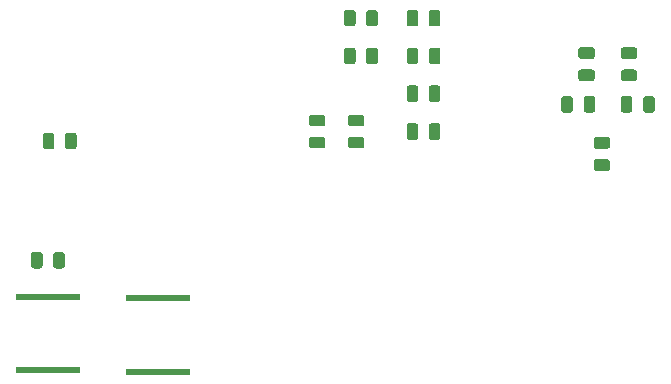
<source format=gbr>
G04 #@! TF.GenerationSoftware,KiCad,Pcbnew,(5.1.5)-3*
G04 #@! TF.CreationDate,2021-01-10T15:50:35-06:00*
G04 #@! TF.ProjectId,Power-SupplementalMonitoringPCB,506f7765-722d-4537-9570-706c656d656e,rev?*
G04 #@! TF.SameCoordinates,Original*
G04 #@! TF.FileFunction,Paste,Bot*
G04 #@! TF.FilePolarity,Positive*
%FSLAX46Y46*%
G04 Gerber Fmt 4.6, Leading zero omitted, Abs format (unit mm)*
G04 Created by KiCad (PCBNEW (5.1.5)-3) date 2021-01-10 15:50:35*
%MOMM*%
%LPD*%
G04 APERTURE LIST*
%ADD10C,0.100000*%
%ADD11R,5.410200X0.558800*%
G04 APERTURE END LIST*
D10*
G36*
X147405142Y-78301174D02*
G01*
X147428803Y-78304684D01*
X147452007Y-78310496D01*
X147474529Y-78318554D01*
X147496153Y-78328782D01*
X147516670Y-78341079D01*
X147535883Y-78355329D01*
X147553607Y-78371393D01*
X147569671Y-78389117D01*
X147583921Y-78408330D01*
X147596218Y-78428847D01*
X147606446Y-78450471D01*
X147614504Y-78472993D01*
X147620316Y-78496197D01*
X147623826Y-78519858D01*
X147625000Y-78543750D01*
X147625000Y-79456250D01*
X147623826Y-79480142D01*
X147620316Y-79503803D01*
X147614504Y-79527007D01*
X147606446Y-79549529D01*
X147596218Y-79571153D01*
X147583921Y-79591670D01*
X147569671Y-79610883D01*
X147553607Y-79628607D01*
X147535883Y-79644671D01*
X147516670Y-79658921D01*
X147496153Y-79671218D01*
X147474529Y-79681446D01*
X147452007Y-79689504D01*
X147428803Y-79695316D01*
X147405142Y-79698826D01*
X147381250Y-79700000D01*
X146893750Y-79700000D01*
X146869858Y-79698826D01*
X146846197Y-79695316D01*
X146822993Y-79689504D01*
X146800471Y-79681446D01*
X146778847Y-79671218D01*
X146758330Y-79658921D01*
X146739117Y-79644671D01*
X146721393Y-79628607D01*
X146705329Y-79610883D01*
X146691079Y-79591670D01*
X146678782Y-79571153D01*
X146668554Y-79549529D01*
X146660496Y-79527007D01*
X146654684Y-79503803D01*
X146651174Y-79480142D01*
X146650000Y-79456250D01*
X146650000Y-78543750D01*
X146651174Y-78519858D01*
X146654684Y-78496197D01*
X146660496Y-78472993D01*
X146668554Y-78450471D01*
X146678782Y-78428847D01*
X146691079Y-78408330D01*
X146705329Y-78389117D01*
X146721393Y-78371393D01*
X146739117Y-78355329D01*
X146758330Y-78341079D01*
X146778847Y-78328782D01*
X146800471Y-78318554D01*
X146822993Y-78310496D01*
X146846197Y-78304684D01*
X146869858Y-78301174D01*
X146893750Y-78300000D01*
X147381250Y-78300000D01*
X147405142Y-78301174D01*
G37*
G36*
X145530142Y-78301174D02*
G01*
X145553803Y-78304684D01*
X145577007Y-78310496D01*
X145599529Y-78318554D01*
X145621153Y-78328782D01*
X145641670Y-78341079D01*
X145660883Y-78355329D01*
X145678607Y-78371393D01*
X145694671Y-78389117D01*
X145708921Y-78408330D01*
X145721218Y-78428847D01*
X145731446Y-78450471D01*
X145739504Y-78472993D01*
X145745316Y-78496197D01*
X145748826Y-78519858D01*
X145750000Y-78543750D01*
X145750000Y-79456250D01*
X145748826Y-79480142D01*
X145745316Y-79503803D01*
X145739504Y-79527007D01*
X145731446Y-79549529D01*
X145721218Y-79571153D01*
X145708921Y-79591670D01*
X145694671Y-79610883D01*
X145678607Y-79628607D01*
X145660883Y-79644671D01*
X145641670Y-79658921D01*
X145621153Y-79671218D01*
X145599529Y-79681446D01*
X145577007Y-79689504D01*
X145553803Y-79695316D01*
X145530142Y-79698826D01*
X145506250Y-79700000D01*
X145018750Y-79700000D01*
X144994858Y-79698826D01*
X144971197Y-79695316D01*
X144947993Y-79689504D01*
X144925471Y-79681446D01*
X144903847Y-79671218D01*
X144883330Y-79658921D01*
X144864117Y-79644671D01*
X144846393Y-79628607D01*
X144830329Y-79610883D01*
X144816079Y-79591670D01*
X144803782Y-79571153D01*
X144793554Y-79549529D01*
X144785496Y-79527007D01*
X144779684Y-79503803D01*
X144776174Y-79480142D01*
X144775000Y-79456250D01*
X144775000Y-78543750D01*
X144776174Y-78519858D01*
X144779684Y-78496197D01*
X144785496Y-78472993D01*
X144793554Y-78450471D01*
X144803782Y-78428847D01*
X144816079Y-78408330D01*
X144830329Y-78389117D01*
X144846393Y-78371393D01*
X144864117Y-78355329D01*
X144883330Y-78341079D01*
X144903847Y-78328782D01*
X144925471Y-78318554D01*
X144947993Y-78310496D01*
X144971197Y-78304684D01*
X144994858Y-78301174D01*
X145018750Y-78300000D01*
X145506250Y-78300000D01*
X145530142Y-78301174D01*
G37*
G36*
X152442642Y-78301174D02*
G01*
X152466303Y-78304684D01*
X152489507Y-78310496D01*
X152512029Y-78318554D01*
X152533653Y-78328782D01*
X152554170Y-78341079D01*
X152573383Y-78355329D01*
X152591107Y-78371393D01*
X152607171Y-78389117D01*
X152621421Y-78408330D01*
X152633718Y-78428847D01*
X152643946Y-78450471D01*
X152652004Y-78472993D01*
X152657816Y-78496197D01*
X152661326Y-78519858D01*
X152662500Y-78543750D01*
X152662500Y-79456250D01*
X152661326Y-79480142D01*
X152657816Y-79503803D01*
X152652004Y-79527007D01*
X152643946Y-79549529D01*
X152633718Y-79571153D01*
X152621421Y-79591670D01*
X152607171Y-79610883D01*
X152591107Y-79628607D01*
X152573383Y-79644671D01*
X152554170Y-79658921D01*
X152533653Y-79671218D01*
X152512029Y-79681446D01*
X152489507Y-79689504D01*
X152466303Y-79695316D01*
X152442642Y-79698826D01*
X152418750Y-79700000D01*
X151931250Y-79700000D01*
X151907358Y-79698826D01*
X151883697Y-79695316D01*
X151860493Y-79689504D01*
X151837971Y-79681446D01*
X151816347Y-79671218D01*
X151795830Y-79658921D01*
X151776617Y-79644671D01*
X151758893Y-79628607D01*
X151742829Y-79610883D01*
X151728579Y-79591670D01*
X151716282Y-79571153D01*
X151706054Y-79549529D01*
X151697996Y-79527007D01*
X151692184Y-79503803D01*
X151688674Y-79480142D01*
X151687500Y-79456250D01*
X151687500Y-78543750D01*
X151688674Y-78519858D01*
X151692184Y-78496197D01*
X151697996Y-78472993D01*
X151706054Y-78450471D01*
X151716282Y-78428847D01*
X151728579Y-78408330D01*
X151742829Y-78389117D01*
X151758893Y-78371393D01*
X151776617Y-78355329D01*
X151795830Y-78341079D01*
X151816347Y-78328782D01*
X151837971Y-78318554D01*
X151860493Y-78310496D01*
X151883697Y-78304684D01*
X151907358Y-78301174D01*
X151931250Y-78300000D01*
X152418750Y-78300000D01*
X152442642Y-78301174D01*
G37*
G36*
X150567642Y-78301174D02*
G01*
X150591303Y-78304684D01*
X150614507Y-78310496D01*
X150637029Y-78318554D01*
X150658653Y-78328782D01*
X150679170Y-78341079D01*
X150698383Y-78355329D01*
X150716107Y-78371393D01*
X150732171Y-78389117D01*
X150746421Y-78408330D01*
X150758718Y-78428847D01*
X150768946Y-78450471D01*
X150777004Y-78472993D01*
X150782816Y-78496197D01*
X150786326Y-78519858D01*
X150787500Y-78543750D01*
X150787500Y-79456250D01*
X150786326Y-79480142D01*
X150782816Y-79503803D01*
X150777004Y-79527007D01*
X150768946Y-79549529D01*
X150758718Y-79571153D01*
X150746421Y-79591670D01*
X150732171Y-79610883D01*
X150716107Y-79628607D01*
X150698383Y-79644671D01*
X150679170Y-79658921D01*
X150658653Y-79671218D01*
X150637029Y-79681446D01*
X150614507Y-79689504D01*
X150591303Y-79695316D01*
X150567642Y-79698826D01*
X150543750Y-79700000D01*
X150056250Y-79700000D01*
X150032358Y-79698826D01*
X150008697Y-79695316D01*
X149985493Y-79689504D01*
X149962971Y-79681446D01*
X149941347Y-79671218D01*
X149920830Y-79658921D01*
X149901617Y-79644671D01*
X149883893Y-79628607D01*
X149867829Y-79610883D01*
X149853579Y-79591670D01*
X149841282Y-79571153D01*
X149831054Y-79549529D01*
X149822996Y-79527007D01*
X149817184Y-79503803D01*
X149813674Y-79480142D01*
X149812500Y-79456250D01*
X149812500Y-78543750D01*
X149813674Y-78519858D01*
X149817184Y-78496197D01*
X149822996Y-78472993D01*
X149831054Y-78450471D01*
X149841282Y-78428847D01*
X149853579Y-78408330D01*
X149867829Y-78389117D01*
X149883893Y-78371393D01*
X149901617Y-78355329D01*
X149920830Y-78341079D01*
X149941347Y-78328782D01*
X149962971Y-78318554D01*
X149985493Y-78310496D01*
X150008697Y-78304684D01*
X150032358Y-78301174D01*
X150056250Y-78300000D01*
X150543750Y-78300000D01*
X150567642Y-78301174D01*
G37*
D11*
X110600000Y-101624200D03*
X110600000Y-95375800D03*
D10*
G36*
X150980142Y-74176174D02*
G01*
X151003803Y-74179684D01*
X151027007Y-74185496D01*
X151049529Y-74193554D01*
X151071153Y-74203782D01*
X151091670Y-74216079D01*
X151110883Y-74230329D01*
X151128607Y-74246393D01*
X151144671Y-74264117D01*
X151158921Y-74283330D01*
X151171218Y-74303847D01*
X151181446Y-74325471D01*
X151189504Y-74347993D01*
X151195316Y-74371197D01*
X151198826Y-74394858D01*
X151200000Y-74418750D01*
X151200000Y-74906250D01*
X151198826Y-74930142D01*
X151195316Y-74953803D01*
X151189504Y-74977007D01*
X151181446Y-74999529D01*
X151171218Y-75021153D01*
X151158921Y-75041670D01*
X151144671Y-75060883D01*
X151128607Y-75078607D01*
X151110883Y-75094671D01*
X151091670Y-75108921D01*
X151071153Y-75121218D01*
X151049529Y-75131446D01*
X151027007Y-75139504D01*
X151003803Y-75145316D01*
X150980142Y-75148826D01*
X150956250Y-75150000D01*
X150043750Y-75150000D01*
X150019858Y-75148826D01*
X149996197Y-75145316D01*
X149972993Y-75139504D01*
X149950471Y-75131446D01*
X149928847Y-75121218D01*
X149908330Y-75108921D01*
X149889117Y-75094671D01*
X149871393Y-75078607D01*
X149855329Y-75060883D01*
X149841079Y-75041670D01*
X149828782Y-75021153D01*
X149818554Y-74999529D01*
X149810496Y-74977007D01*
X149804684Y-74953803D01*
X149801174Y-74930142D01*
X149800000Y-74906250D01*
X149800000Y-74418750D01*
X149801174Y-74394858D01*
X149804684Y-74371197D01*
X149810496Y-74347993D01*
X149818554Y-74325471D01*
X149828782Y-74303847D01*
X149841079Y-74283330D01*
X149855329Y-74264117D01*
X149871393Y-74246393D01*
X149889117Y-74230329D01*
X149908330Y-74216079D01*
X149928847Y-74203782D01*
X149950471Y-74193554D01*
X149972993Y-74185496D01*
X149996197Y-74179684D01*
X150019858Y-74176174D01*
X150043750Y-74175000D01*
X150956250Y-74175000D01*
X150980142Y-74176174D01*
G37*
G36*
X150980142Y-76051174D02*
G01*
X151003803Y-76054684D01*
X151027007Y-76060496D01*
X151049529Y-76068554D01*
X151071153Y-76078782D01*
X151091670Y-76091079D01*
X151110883Y-76105329D01*
X151128607Y-76121393D01*
X151144671Y-76139117D01*
X151158921Y-76158330D01*
X151171218Y-76178847D01*
X151181446Y-76200471D01*
X151189504Y-76222993D01*
X151195316Y-76246197D01*
X151198826Y-76269858D01*
X151200000Y-76293750D01*
X151200000Y-76781250D01*
X151198826Y-76805142D01*
X151195316Y-76828803D01*
X151189504Y-76852007D01*
X151181446Y-76874529D01*
X151171218Y-76896153D01*
X151158921Y-76916670D01*
X151144671Y-76935883D01*
X151128607Y-76953607D01*
X151110883Y-76969671D01*
X151091670Y-76983921D01*
X151071153Y-76996218D01*
X151049529Y-77006446D01*
X151027007Y-77014504D01*
X151003803Y-77020316D01*
X150980142Y-77023826D01*
X150956250Y-77025000D01*
X150043750Y-77025000D01*
X150019858Y-77023826D01*
X149996197Y-77020316D01*
X149972993Y-77014504D01*
X149950471Y-77006446D01*
X149928847Y-76996218D01*
X149908330Y-76983921D01*
X149889117Y-76969671D01*
X149871393Y-76953607D01*
X149855329Y-76935883D01*
X149841079Y-76916670D01*
X149828782Y-76896153D01*
X149818554Y-76874529D01*
X149810496Y-76852007D01*
X149804684Y-76828803D01*
X149801174Y-76805142D01*
X149800000Y-76781250D01*
X149800000Y-76293750D01*
X149801174Y-76269858D01*
X149804684Y-76246197D01*
X149810496Y-76222993D01*
X149818554Y-76200471D01*
X149828782Y-76178847D01*
X149841079Y-76158330D01*
X149855329Y-76139117D01*
X149871393Y-76121393D01*
X149889117Y-76105329D01*
X149908330Y-76091079D01*
X149928847Y-76078782D01*
X149950471Y-76068554D01*
X149972993Y-76060496D01*
X149996197Y-76054684D01*
X150019858Y-76051174D01*
X150043750Y-76050000D01*
X150956250Y-76050000D01*
X150980142Y-76051174D01*
G37*
G36*
X147380142Y-74176174D02*
G01*
X147403803Y-74179684D01*
X147427007Y-74185496D01*
X147449529Y-74193554D01*
X147471153Y-74203782D01*
X147491670Y-74216079D01*
X147510883Y-74230329D01*
X147528607Y-74246393D01*
X147544671Y-74264117D01*
X147558921Y-74283330D01*
X147571218Y-74303847D01*
X147581446Y-74325471D01*
X147589504Y-74347993D01*
X147595316Y-74371197D01*
X147598826Y-74394858D01*
X147600000Y-74418750D01*
X147600000Y-74906250D01*
X147598826Y-74930142D01*
X147595316Y-74953803D01*
X147589504Y-74977007D01*
X147581446Y-74999529D01*
X147571218Y-75021153D01*
X147558921Y-75041670D01*
X147544671Y-75060883D01*
X147528607Y-75078607D01*
X147510883Y-75094671D01*
X147491670Y-75108921D01*
X147471153Y-75121218D01*
X147449529Y-75131446D01*
X147427007Y-75139504D01*
X147403803Y-75145316D01*
X147380142Y-75148826D01*
X147356250Y-75150000D01*
X146443750Y-75150000D01*
X146419858Y-75148826D01*
X146396197Y-75145316D01*
X146372993Y-75139504D01*
X146350471Y-75131446D01*
X146328847Y-75121218D01*
X146308330Y-75108921D01*
X146289117Y-75094671D01*
X146271393Y-75078607D01*
X146255329Y-75060883D01*
X146241079Y-75041670D01*
X146228782Y-75021153D01*
X146218554Y-74999529D01*
X146210496Y-74977007D01*
X146204684Y-74953803D01*
X146201174Y-74930142D01*
X146200000Y-74906250D01*
X146200000Y-74418750D01*
X146201174Y-74394858D01*
X146204684Y-74371197D01*
X146210496Y-74347993D01*
X146218554Y-74325471D01*
X146228782Y-74303847D01*
X146241079Y-74283330D01*
X146255329Y-74264117D01*
X146271393Y-74246393D01*
X146289117Y-74230329D01*
X146308330Y-74216079D01*
X146328847Y-74203782D01*
X146350471Y-74193554D01*
X146372993Y-74185496D01*
X146396197Y-74179684D01*
X146419858Y-74176174D01*
X146443750Y-74175000D01*
X147356250Y-74175000D01*
X147380142Y-74176174D01*
G37*
G36*
X147380142Y-76051174D02*
G01*
X147403803Y-76054684D01*
X147427007Y-76060496D01*
X147449529Y-76068554D01*
X147471153Y-76078782D01*
X147491670Y-76091079D01*
X147510883Y-76105329D01*
X147528607Y-76121393D01*
X147544671Y-76139117D01*
X147558921Y-76158330D01*
X147571218Y-76178847D01*
X147581446Y-76200471D01*
X147589504Y-76222993D01*
X147595316Y-76246197D01*
X147598826Y-76269858D01*
X147600000Y-76293750D01*
X147600000Y-76781250D01*
X147598826Y-76805142D01*
X147595316Y-76828803D01*
X147589504Y-76852007D01*
X147581446Y-76874529D01*
X147571218Y-76896153D01*
X147558921Y-76916670D01*
X147544671Y-76935883D01*
X147528607Y-76953607D01*
X147510883Y-76969671D01*
X147491670Y-76983921D01*
X147471153Y-76996218D01*
X147449529Y-77006446D01*
X147427007Y-77014504D01*
X147403803Y-77020316D01*
X147380142Y-77023826D01*
X147356250Y-77025000D01*
X146443750Y-77025000D01*
X146419858Y-77023826D01*
X146396197Y-77020316D01*
X146372993Y-77014504D01*
X146350471Y-77006446D01*
X146328847Y-76996218D01*
X146308330Y-76983921D01*
X146289117Y-76969671D01*
X146271393Y-76953607D01*
X146255329Y-76935883D01*
X146241079Y-76916670D01*
X146228782Y-76896153D01*
X146218554Y-76874529D01*
X146210496Y-76852007D01*
X146204684Y-76828803D01*
X146201174Y-76805142D01*
X146200000Y-76781250D01*
X146200000Y-76293750D01*
X146201174Y-76269858D01*
X146204684Y-76246197D01*
X146210496Y-76222993D01*
X146218554Y-76200471D01*
X146228782Y-76178847D01*
X146241079Y-76158330D01*
X146255329Y-76139117D01*
X146271393Y-76121393D01*
X146289117Y-76105329D01*
X146308330Y-76091079D01*
X146328847Y-76078782D01*
X146350471Y-76068554D01*
X146372993Y-76060496D01*
X146396197Y-76054684D01*
X146419858Y-76051174D01*
X146443750Y-76050000D01*
X147356250Y-76050000D01*
X147380142Y-76051174D01*
G37*
G36*
X101630142Y-81401174D02*
G01*
X101653803Y-81404684D01*
X101677007Y-81410496D01*
X101699529Y-81418554D01*
X101721153Y-81428782D01*
X101741670Y-81441079D01*
X101760883Y-81455329D01*
X101778607Y-81471393D01*
X101794671Y-81489117D01*
X101808921Y-81508330D01*
X101821218Y-81528847D01*
X101831446Y-81550471D01*
X101839504Y-81572993D01*
X101845316Y-81596197D01*
X101848826Y-81619858D01*
X101850000Y-81643750D01*
X101850000Y-82556250D01*
X101848826Y-82580142D01*
X101845316Y-82603803D01*
X101839504Y-82627007D01*
X101831446Y-82649529D01*
X101821218Y-82671153D01*
X101808921Y-82691670D01*
X101794671Y-82710883D01*
X101778607Y-82728607D01*
X101760883Y-82744671D01*
X101741670Y-82758921D01*
X101721153Y-82771218D01*
X101699529Y-82781446D01*
X101677007Y-82789504D01*
X101653803Y-82795316D01*
X101630142Y-82798826D01*
X101606250Y-82800000D01*
X101118750Y-82800000D01*
X101094858Y-82798826D01*
X101071197Y-82795316D01*
X101047993Y-82789504D01*
X101025471Y-82781446D01*
X101003847Y-82771218D01*
X100983330Y-82758921D01*
X100964117Y-82744671D01*
X100946393Y-82728607D01*
X100930329Y-82710883D01*
X100916079Y-82691670D01*
X100903782Y-82671153D01*
X100893554Y-82649529D01*
X100885496Y-82627007D01*
X100879684Y-82603803D01*
X100876174Y-82580142D01*
X100875000Y-82556250D01*
X100875000Y-81643750D01*
X100876174Y-81619858D01*
X100879684Y-81596197D01*
X100885496Y-81572993D01*
X100893554Y-81550471D01*
X100903782Y-81528847D01*
X100916079Y-81508330D01*
X100930329Y-81489117D01*
X100946393Y-81471393D01*
X100964117Y-81455329D01*
X100983330Y-81441079D01*
X101003847Y-81428782D01*
X101025471Y-81418554D01*
X101047993Y-81410496D01*
X101071197Y-81404684D01*
X101094858Y-81401174D01*
X101118750Y-81400000D01*
X101606250Y-81400000D01*
X101630142Y-81401174D01*
G37*
G36*
X103505142Y-81401174D02*
G01*
X103528803Y-81404684D01*
X103552007Y-81410496D01*
X103574529Y-81418554D01*
X103596153Y-81428782D01*
X103616670Y-81441079D01*
X103635883Y-81455329D01*
X103653607Y-81471393D01*
X103669671Y-81489117D01*
X103683921Y-81508330D01*
X103696218Y-81528847D01*
X103706446Y-81550471D01*
X103714504Y-81572993D01*
X103720316Y-81596197D01*
X103723826Y-81619858D01*
X103725000Y-81643750D01*
X103725000Y-82556250D01*
X103723826Y-82580142D01*
X103720316Y-82603803D01*
X103714504Y-82627007D01*
X103706446Y-82649529D01*
X103696218Y-82671153D01*
X103683921Y-82691670D01*
X103669671Y-82710883D01*
X103653607Y-82728607D01*
X103635883Y-82744671D01*
X103616670Y-82758921D01*
X103596153Y-82771218D01*
X103574529Y-82781446D01*
X103552007Y-82789504D01*
X103528803Y-82795316D01*
X103505142Y-82798826D01*
X103481250Y-82800000D01*
X102993750Y-82800000D01*
X102969858Y-82798826D01*
X102946197Y-82795316D01*
X102922993Y-82789504D01*
X102900471Y-82781446D01*
X102878847Y-82771218D01*
X102858330Y-82758921D01*
X102839117Y-82744671D01*
X102821393Y-82728607D01*
X102805329Y-82710883D01*
X102791079Y-82691670D01*
X102778782Y-82671153D01*
X102768554Y-82649529D01*
X102760496Y-82627007D01*
X102754684Y-82603803D01*
X102751174Y-82580142D01*
X102750000Y-82556250D01*
X102750000Y-81643750D01*
X102751174Y-81619858D01*
X102754684Y-81596197D01*
X102760496Y-81572993D01*
X102768554Y-81550471D01*
X102778782Y-81528847D01*
X102791079Y-81508330D01*
X102805329Y-81489117D01*
X102821393Y-81471393D01*
X102839117Y-81455329D01*
X102858330Y-81441079D01*
X102878847Y-81428782D01*
X102900471Y-81418554D01*
X102922993Y-81410496D01*
X102946197Y-81404684D01*
X102969858Y-81401174D01*
X102993750Y-81400000D01*
X103481250Y-81400000D01*
X103505142Y-81401174D01*
G37*
G36*
X102505142Y-91501174D02*
G01*
X102528803Y-91504684D01*
X102552007Y-91510496D01*
X102574529Y-91518554D01*
X102596153Y-91528782D01*
X102616670Y-91541079D01*
X102635883Y-91555329D01*
X102653607Y-91571393D01*
X102669671Y-91589117D01*
X102683921Y-91608330D01*
X102696218Y-91628847D01*
X102706446Y-91650471D01*
X102714504Y-91672993D01*
X102720316Y-91696197D01*
X102723826Y-91719858D01*
X102725000Y-91743750D01*
X102725000Y-92656250D01*
X102723826Y-92680142D01*
X102720316Y-92703803D01*
X102714504Y-92727007D01*
X102706446Y-92749529D01*
X102696218Y-92771153D01*
X102683921Y-92791670D01*
X102669671Y-92810883D01*
X102653607Y-92828607D01*
X102635883Y-92844671D01*
X102616670Y-92858921D01*
X102596153Y-92871218D01*
X102574529Y-92881446D01*
X102552007Y-92889504D01*
X102528803Y-92895316D01*
X102505142Y-92898826D01*
X102481250Y-92900000D01*
X101993750Y-92900000D01*
X101969858Y-92898826D01*
X101946197Y-92895316D01*
X101922993Y-92889504D01*
X101900471Y-92881446D01*
X101878847Y-92871218D01*
X101858330Y-92858921D01*
X101839117Y-92844671D01*
X101821393Y-92828607D01*
X101805329Y-92810883D01*
X101791079Y-92791670D01*
X101778782Y-92771153D01*
X101768554Y-92749529D01*
X101760496Y-92727007D01*
X101754684Y-92703803D01*
X101751174Y-92680142D01*
X101750000Y-92656250D01*
X101750000Y-91743750D01*
X101751174Y-91719858D01*
X101754684Y-91696197D01*
X101760496Y-91672993D01*
X101768554Y-91650471D01*
X101778782Y-91628847D01*
X101791079Y-91608330D01*
X101805329Y-91589117D01*
X101821393Y-91571393D01*
X101839117Y-91555329D01*
X101858330Y-91541079D01*
X101878847Y-91528782D01*
X101900471Y-91518554D01*
X101922993Y-91510496D01*
X101946197Y-91504684D01*
X101969858Y-91501174D01*
X101993750Y-91500000D01*
X102481250Y-91500000D01*
X102505142Y-91501174D01*
G37*
G36*
X100630142Y-91501174D02*
G01*
X100653803Y-91504684D01*
X100677007Y-91510496D01*
X100699529Y-91518554D01*
X100721153Y-91528782D01*
X100741670Y-91541079D01*
X100760883Y-91555329D01*
X100778607Y-91571393D01*
X100794671Y-91589117D01*
X100808921Y-91608330D01*
X100821218Y-91628847D01*
X100831446Y-91650471D01*
X100839504Y-91672993D01*
X100845316Y-91696197D01*
X100848826Y-91719858D01*
X100850000Y-91743750D01*
X100850000Y-92656250D01*
X100848826Y-92680142D01*
X100845316Y-92703803D01*
X100839504Y-92727007D01*
X100831446Y-92749529D01*
X100821218Y-92771153D01*
X100808921Y-92791670D01*
X100794671Y-92810883D01*
X100778607Y-92828607D01*
X100760883Y-92844671D01*
X100741670Y-92858921D01*
X100721153Y-92871218D01*
X100699529Y-92881446D01*
X100677007Y-92889504D01*
X100653803Y-92895316D01*
X100630142Y-92898826D01*
X100606250Y-92900000D01*
X100118750Y-92900000D01*
X100094858Y-92898826D01*
X100071197Y-92895316D01*
X100047993Y-92889504D01*
X100025471Y-92881446D01*
X100003847Y-92871218D01*
X99983330Y-92858921D01*
X99964117Y-92844671D01*
X99946393Y-92828607D01*
X99930329Y-92810883D01*
X99916079Y-92791670D01*
X99903782Y-92771153D01*
X99893554Y-92749529D01*
X99885496Y-92727007D01*
X99879684Y-92703803D01*
X99876174Y-92680142D01*
X99875000Y-92656250D01*
X99875000Y-91743750D01*
X99876174Y-91719858D01*
X99879684Y-91696197D01*
X99885496Y-91672993D01*
X99893554Y-91650471D01*
X99903782Y-91628847D01*
X99916079Y-91608330D01*
X99930329Y-91589117D01*
X99946393Y-91571393D01*
X99964117Y-91555329D01*
X99983330Y-91541079D01*
X100003847Y-91528782D01*
X100025471Y-91518554D01*
X100047993Y-91510496D01*
X100071197Y-91504684D01*
X100094858Y-91501174D01*
X100118750Y-91500000D01*
X100606250Y-91500000D01*
X100630142Y-91501174D01*
G37*
D11*
X101300000Y-101524200D03*
X101300000Y-95275800D03*
D10*
G36*
X129005142Y-74201174D02*
G01*
X129028803Y-74204684D01*
X129052007Y-74210496D01*
X129074529Y-74218554D01*
X129096153Y-74228782D01*
X129116670Y-74241079D01*
X129135883Y-74255329D01*
X129153607Y-74271393D01*
X129169671Y-74289117D01*
X129183921Y-74308330D01*
X129196218Y-74328847D01*
X129206446Y-74350471D01*
X129214504Y-74372993D01*
X129220316Y-74396197D01*
X129223826Y-74419858D01*
X129225000Y-74443750D01*
X129225000Y-75356250D01*
X129223826Y-75380142D01*
X129220316Y-75403803D01*
X129214504Y-75427007D01*
X129206446Y-75449529D01*
X129196218Y-75471153D01*
X129183921Y-75491670D01*
X129169671Y-75510883D01*
X129153607Y-75528607D01*
X129135883Y-75544671D01*
X129116670Y-75558921D01*
X129096153Y-75571218D01*
X129074529Y-75581446D01*
X129052007Y-75589504D01*
X129028803Y-75595316D01*
X129005142Y-75598826D01*
X128981250Y-75600000D01*
X128493750Y-75600000D01*
X128469858Y-75598826D01*
X128446197Y-75595316D01*
X128422993Y-75589504D01*
X128400471Y-75581446D01*
X128378847Y-75571218D01*
X128358330Y-75558921D01*
X128339117Y-75544671D01*
X128321393Y-75528607D01*
X128305329Y-75510883D01*
X128291079Y-75491670D01*
X128278782Y-75471153D01*
X128268554Y-75449529D01*
X128260496Y-75427007D01*
X128254684Y-75403803D01*
X128251174Y-75380142D01*
X128250000Y-75356250D01*
X128250000Y-74443750D01*
X128251174Y-74419858D01*
X128254684Y-74396197D01*
X128260496Y-74372993D01*
X128268554Y-74350471D01*
X128278782Y-74328847D01*
X128291079Y-74308330D01*
X128305329Y-74289117D01*
X128321393Y-74271393D01*
X128339117Y-74255329D01*
X128358330Y-74241079D01*
X128378847Y-74228782D01*
X128400471Y-74218554D01*
X128422993Y-74210496D01*
X128446197Y-74204684D01*
X128469858Y-74201174D01*
X128493750Y-74200000D01*
X128981250Y-74200000D01*
X129005142Y-74201174D01*
G37*
G36*
X127130142Y-74201174D02*
G01*
X127153803Y-74204684D01*
X127177007Y-74210496D01*
X127199529Y-74218554D01*
X127221153Y-74228782D01*
X127241670Y-74241079D01*
X127260883Y-74255329D01*
X127278607Y-74271393D01*
X127294671Y-74289117D01*
X127308921Y-74308330D01*
X127321218Y-74328847D01*
X127331446Y-74350471D01*
X127339504Y-74372993D01*
X127345316Y-74396197D01*
X127348826Y-74419858D01*
X127350000Y-74443750D01*
X127350000Y-75356250D01*
X127348826Y-75380142D01*
X127345316Y-75403803D01*
X127339504Y-75427007D01*
X127331446Y-75449529D01*
X127321218Y-75471153D01*
X127308921Y-75491670D01*
X127294671Y-75510883D01*
X127278607Y-75528607D01*
X127260883Y-75544671D01*
X127241670Y-75558921D01*
X127221153Y-75571218D01*
X127199529Y-75581446D01*
X127177007Y-75589504D01*
X127153803Y-75595316D01*
X127130142Y-75598826D01*
X127106250Y-75600000D01*
X126618750Y-75600000D01*
X126594858Y-75598826D01*
X126571197Y-75595316D01*
X126547993Y-75589504D01*
X126525471Y-75581446D01*
X126503847Y-75571218D01*
X126483330Y-75558921D01*
X126464117Y-75544671D01*
X126446393Y-75528607D01*
X126430329Y-75510883D01*
X126416079Y-75491670D01*
X126403782Y-75471153D01*
X126393554Y-75449529D01*
X126385496Y-75427007D01*
X126379684Y-75403803D01*
X126376174Y-75380142D01*
X126375000Y-75356250D01*
X126375000Y-74443750D01*
X126376174Y-74419858D01*
X126379684Y-74396197D01*
X126385496Y-74372993D01*
X126393554Y-74350471D01*
X126403782Y-74328847D01*
X126416079Y-74308330D01*
X126430329Y-74289117D01*
X126446393Y-74271393D01*
X126464117Y-74255329D01*
X126483330Y-74241079D01*
X126503847Y-74228782D01*
X126525471Y-74218554D01*
X126547993Y-74210496D01*
X126571197Y-74204684D01*
X126594858Y-74201174D01*
X126618750Y-74200000D01*
X127106250Y-74200000D01*
X127130142Y-74201174D01*
G37*
G36*
X124580142Y-79876174D02*
G01*
X124603803Y-79879684D01*
X124627007Y-79885496D01*
X124649529Y-79893554D01*
X124671153Y-79903782D01*
X124691670Y-79916079D01*
X124710883Y-79930329D01*
X124728607Y-79946393D01*
X124744671Y-79964117D01*
X124758921Y-79983330D01*
X124771218Y-80003847D01*
X124781446Y-80025471D01*
X124789504Y-80047993D01*
X124795316Y-80071197D01*
X124798826Y-80094858D01*
X124800000Y-80118750D01*
X124800000Y-80606250D01*
X124798826Y-80630142D01*
X124795316Y-80653803D01*
X124789504Y-80677007D01*
X124781446Y-80699529D01*
X124771218Y-80721153D01*
X124758921Y-80741670D01*
X124744671Y-80760883D01*
X124728607Y-80778607D01*
X124710883Y-80794671D01*
X124691670Y-80808921D01*
X124671153Y-80821218D01*
X124649529Y-80831446D01*
X124627007Y-80839504D01*
X124603803Y-80845316D01*
X124580142Y-80848826D01*
X124556250Y-80850000D01*
X123643750Y-80850000D01*
X123619858Y-80848826D01*
X123596197Y-80845316D01*
X123572993Y-80839504D01*
X123550471Y-80831446D01*
X123528847Y-80821218D01*
X123508330Y-80808921D01*
X123489117Y-80794671D01*
X123471393Y-80778607D01*
X123455329Y-80760883D01*
X123441079Y-80741670D01*
X123428782Y-80721153D01*
X123418554Y-80699529D01*
X123410496Y-80677007D01*
X123404684Y-80653803D01*
X123401174Y-80630142D01*
X123400000Y-80606250D01*
X123400000Y-80118750D01*
X123401174Y-80094858D01*
X123404684Y-80071197D01*
X123410496Y-80047993D01*
X123418554Y-80025471D01*
X123428782Y-80003847D01*
X123441079Y-79983330D01*
X123455329Y-79964117D01*
X123471393Y-79946393D01*
X123489117Y-79930329D01*
X123508330Y-79916079D01*
X123528847Y-79903782D01*
X123550471Y-79893554D01*
X123572993Y-79885496D01*
X123596197Y-79879684D01*
X123619858Y-79876174D01*
X123643750Y-79875000D01*
X124556250Y-79875000D01*
X124580142Y-79876174D01*
G37*
G36*
X124580142Y-81751174D02*
G01*
X124603803Y-81754684D01*
X124627007Y-81760496D01*
X124649529Y-81768554D01*
X124671153Y-81778782D01*
X124691670Y-81791079D01*
X124710883Y-81805329D01*
X124728607Y-81821393D01*
X124744671Y-81839117D01*
X124758921Y-81858330D01*
X124771218Y-81878847D01*
X124781446Y-81900471D01*
X124789504Y-81922993D01*
X124795316Y-81946197D01*
X124798826Y-81969858D01*
X124800000Y-81993750D01*
X124800000Y-82481250D01*
X124798826Y-82505142D01*
X124795316Y-82528803D01*
X124789504Y-82552007D01*
X124781446Y-82574529D01*
X124771218Y-82596153D01*
X124758921Y-82616670D01*
X124744671Y-82635883D01*
X124728607Y-82653607D01*
X124710883Y-82669671D01*
X124691670Y-82683921D01*
X124671153Y-82696218D01*
X124649529Y-82706446D01*
X124627007Y-82714504D01*
X124603803Y-82720316D01*
X124580142Y-82723826D01*
X124556250Y-82725000D01*
X123643750Y-82725000D01*
X123619858Y-82723826D01*
X123596197Y-82720316D01*
X123572993Y-82714504D01*
X123550471Y-82706446D01*
X123528847Y-82696218D01*
X123508330Y-82683921D01*
X123489117Y-82669671D01*
X123471393Y-82653607D01*
X123455329Y-82635883D01*
X123441079Y-82616670D01*
X123428782Y-82596153D01*
X123418554Y-82574529D01*
X123410496Y-82552007D01*
X123404684Y-82528803D01*
X123401174Y-82505142D01*
X123400000Y-82481250D01*
X123400000Y-81993750D01*
X123401174Y-81969858D01*
X123404684Y-81946197D01*
X123410496Y-81922993D01*
X123418554Y-81900471D01*
X123428782Y-81878847D01*
X123441079Y-81858330D01*
X123455329Y-81839117D01*
X123471393Y-81821393D01*
X123489117Y-81805329D01*
X123508330Y-81791079D01*
X123528847Y-81778782D01*
X123550471Y-81768554D01*
X123572993Y-81760496D01*
X123596197Y-81754684D01*
X123619858Y-81751174D01*
X123643750Y-81750000D01*
X124556250Y-81750000D01*
X124580142Y-81751174D01*
G37*
G36*
X148680142Y-81776174D02*
G01*
X148703803Y-81779684D01*
X148727007Y-81785496D01*
X148749529Y-81793554D01*
X148771153Y-81803782D01*
X148791670Y-81816079D01*
X148810883Y-81830329D01*
X148828607Y-81846393D01*
X148844671Y-81864117D01*
X148858921Y-81883330D01*
X148871218Y-81903847D01*
X148881446Y-81925471D01*
X148889504Y-81947993D01*
X148895316Y-81971197D01*
X148898826Y-81994858D01*
X148900000Y-82018750D01*
X148900000Y-82506250D01*
X148898826Y-82530142D01*
X148895316Y-82553803D01*
X148889504Y-82577007D01*
X148881446Y-82599529D01*
X148871218Y-82621153D01*
X148858921Y-82641670D01*
X148844671Y-82660883D01*
X148828607Y-82678607D01*
X148810883Y-82694671D01*
X148791670Y-82708921D01*
X148771153Y-82721218D01*
X148749529Y-82731446D01*
X148727007Y-82739504D01*
X148703803Y-82745316D01*
X148680142Y-82748826D01*
X148656250Y-82750000D01*
X147743750Y-82750000D01*
X147719858Y-82748826D01*
X147696197Y-82745316D01*
X147672993Y-82739504D01*
X147650471Y-82731446D01*
X147628847Y-82721218D01*
X147608330Y-82708921D01*
X147589117Y-82694671D01*
X147571393Y-82678607D01*
X147555329Y-82660883D01*
X147541079Y-82641670D01*
X147528782Y-82621153D01*
X147518554Y-82599529D01*
X147510496Y-82577007D01*
X147504684Y-82553803D01*
X147501174Y-82530142D01*
X147500000Y-82506250D01*
X147500000Y-82018750D01*
X147501174Y-81994858D01*
X147504684Y-81971197D01*
X147510496Y-81947993D01*
X147518554Y-81925471D01*
X147528782Y-81903847D01*
X147541079Y-81883330D01*
X147555329Y-81864117D01*
X147571393Y-81846393D01*
X147589117Y-81830329D01*
X147608330Y-81816079D01*
X147628847Y-81803782D01*
X147650471Y-81793554D01*
X147672993Y-81785496D01*
X147696197Y-81779684D01*
X147719858Y-81776174D01*
X147743750Y-81775000D01*
X148656250Y-81775000D01*
X148680142Y-81776174D01*
G37*
G36*
X148680142Y-83651174D02*
G01*
X148703803Y-83654684D01*
X148727007Y-83660496D01*
X148749529Y-83668554D01*
X148771153Y-83678782D01*
X148791670Y-83691079D01*
X148810883Y-83705329D01*
X148828607Y-83721393D01*
X148844671Y-83739117D01*
X148858921Y-83758330D01*
X148871218Y-83778847D01*
X148881446Y-83800471D01*
X148889504Y-83822993D01*
X148895316Y-83846197D01*
X148898826Y-83869858D01*
X148900000Y-83893750D01*
X148900000Y-84381250D01*
X148898826Y-84405142D01*
X148895316Y-84428803D01*
X148889504Y-84452007D01*
X148881446Y-84474529D01*
X148871218Y-84496153D01*
X148858921Y-84516670D01*
X148844671Y-84535883D01*
X148828607Y-84553607D01*
X148810883Y-84569671D01*
X148791670Y-84583921D01*
X148771153Y-84596218D01*
X148749529Y-84606446D01*
X148727007Y-84614504D01*
X148703803Y-84620316D01*
X148680142Y-84623826D01*
X148656250Y-84625000D01*
X147743750Y-84625000D01*
X147719858Y-84623826D01*
X147696197Y-84620316D01*
X147672993Y-84614504D01*
X147650471Y-84606446D01*
X147628847Y-84596218D01*
X147608330Y-84583921D01*
X147589117Y-84569671D01*
X147571393Y-84553607D01*
X147555329Y-84535883D01*
X147541079Y-84516670D01*
X147528782Y-84496153D01*
X147518554Y-84474529D01*
X147510496Y-84452007D01*
X147504684Y-84428803D01*
X147501174Y-84405142D01*
X147500000Y-84381250D01*
X147500000Y-83893750D01*
X147501174Y-83869858D01*
X147504684Y-83846197D01*
X147510496Y-83822993D01*
X147518554Y-83800471D01*
X147528782Y-83778847D01*
X147541079Y-83758330D01*
X147555329Y-83739117D01*
X147571393Y-83721393D01*
X147589117Y-83705329D01*
X147608330Y-83691079D01*
X147628847Y-83678782D01*
X147650471Y-83668554D01*
X147672993Y-83660496D01*
X147696197Y-83654684D01*
X147719858Y-83651174D01*
X147743750Y-83650000D01*
X148656250Y-83650000D01*
X148680142Y-83651174D01*
G37*
G36*
X127880142Y-79876174D02*
G01*
X127903803Y-79879684D01*
X127927007Y-79885496D01*
X127949529Y-79893554D01*
X127971153Y-79903782D01*
X127991670Y-79916079D01*
X128010883Y-79930329D01*
X128028607Y-79946393D01*
X128044671Y-79964117D01*
X128058921Y-79983330D01*
X128071218Y-80003847D01*
X128081446Y-80025471D01*
X128089504Y-80047993D01*
X128095316Y-80071197D01*
X128098826Y-80094858D01*
X128100000Y-80118750D01*
X128100000Y-80606250D01*
X128098826Y-80630142D01*
X128095316Y-80653803D01*
X128089504Y-80677007D01*
X128081446Y-80699529D01*
X128071218Y-80721153D01*
X128058921Y-80741670D01*
X128044671Y-80760883D01*
X128028607Y-80778607D01*
X128010883Y-80794671D01*
X127991670Y-80808921D01*
X127971153Y-80821218D01*
X127949529Y-80831446D01*
X127927007Y-80839504D01*
X127903803Y-80845316D01*
X127880142Y-80848826D01*
X127856250Y-80850000D01*
X126943750Y-80850000D01*
X126919858Y-80848826D01*
X126896197Y-80845316D01*
X126872993Y-80839504D01*
X126850471Y-80831446D01*
X126828847Y-80821218D01*
X126808330Y-80808921D01*
X126789117Y-80794671D01*
X126771393Y-80778607D01*
X126755329Y-80760883D01*
X126741079Y-80741670D01*
X126728782Y-80721153D01*
X126718554Y-80699529D01*
X126710496Y-80677007D01*
X126704684Y-80653803D01*
X126701174Y-80630142D01*
X126700000Y-80606250D01*
X126700000Y-80118750D01*
X126701174Y-80094858D01*
X126704684Y-80071197D01*
X126710496Y-80047993D01*
X126718554Y-80025471D01*
X126728782Y-80003847D01*
X126741079Y-79983330D01*
X126755329Y-79964117D01*
X126771393Y-79946393D01*
X126789117Y-79930329D01*
X126808330Y-79916079D01*
X126828847Y-79903782D01*
X126850471Y-79893554D01*
X126872993Y-79885496D01*
X126896197Y-79879684D01*
X126919858Y-79876174D01*
X126943750Y-79875000D01*
X127856250Y-79875000D01*
X127880142Y-79876174D01*
G37*
G36*
X127880142Y-81751174D02*
G01*
X127903803Y-81754684D01*
X127927007Y-81760496D01*
X127949529Y-81768554D01*
X127971153Y-81778782D01*
X127991670Y-81791079D01*
X128010883Y-81805329D01*
X128028607Y-81821393D01*
X128044671Y-81839117D01*
X128058921Y-81858330D01*
X128071218Y-81878847D01*
X128081446Y-81900471D01*
X128089504Y-81922993D01*
X128095316Y-81946197D01*
X128098826Y-81969858D01*
X128100000Y-81993750D01*
X128100000Y-82481250D01*
X128098826Y-82505142D01*
X128095316Y-82528803D01*
X128089504Y-82552007D01*
X128081446Y-82574529D01*
X128071218Y-82596153D01*
X128058921Y-82616670D01*
X128044671Y-82635883D01*
X128028607Y-82653607D01*
X128010883Y-82669671D01*
X127991670Y-82683921D01*
X127971153Y-82696218D01*
X127949529Y-82706446D01*
X127927007Y-82714504D01*
X127903803Y-82720316D01*
X127880142Y-82723826D01*
X127856250Y-82725000D01*
X126943750Y-82725000D01*
X126919858Y-82723826D01*
X126896197Y-82720316D01*
X126872993Y-82714504D01*
X126850471Y-82706446D01*
X126828847Y-82696218D01*
X126808330Y-82683921D01*
X126789117Y-82669671D01*
X126771393Y-82653607D01*
X126755329Y-82635883D01*
X126741079Y-82616670D01*
X126728782Y-82596153D01*
X126718554Y-82574529D01*
X126710496Y-82552007D01*
X126704684Y-82528803D01*
X126701174Y-82505142D01*
X126700000Y-82481250D01*
X126700000Y-81993750D01*
X126701174Y-81969858D01*
X126704684Y-81946197D01*
X126710496Y-81922993D01*
X126718554Y-81900471D01*
X126728782Y-81878847D01*
X126741079Y-81858330D01*
X126755329Y-81839117D01*
X126771393Y-81821393D01*
X126789117Y-81805329D01*
X126808330Y-81791079D01*
X126828847Y-81778782D01*
X126850471Y-81768554D01*
X126872993Y-81760496D01*
X126896197Y-81754684D01*
X126919858Y-81751174D01*
X126943750Y-81750000D01*
X127856250Y-81750000D01*
X127880142Y-81751174D01*
G37*
G36*
X132430142Y-80601174D02*
G01*
X132453803Y-80604684D01*
X132477007Y-80610496D01*
X132499529Y-80618554D01*
X132521153Y-80628782D01*
X132541670Y-80641079D01*
X132560883Y-80655329D01*
X132578607Y-80671393D01*
X132594671Y-80689117D01*
X132608921Y-80708330D01*
X132621218Y-80728847D01*
X132631446Y-80750471D01*
X132639504Y-80772993D01*
X132645316Y-80796197D01*
X132648826Y-80819858D01*
X132650000Y-80843750D01*
X132650000Y-81756250D01*
X132648826Y-81780142D01*
X132645316Y-81803803D01*
X132639504Y-81827007D01*
X132631446Y-81849529D01*
X132621218Y-81871153D01*
X132608921Y-81891670D01*
X132594671Y-81910883D01*
X132578607Y-81928607D01*
X132560883Y-81944671D01*
X132541670Y-81958921D01*
X132521153Y-81971218D01*
X132499529Y-81981446D01*
X132477007Y-81989504D01*
X132453803Y-81995316D01*
X132430142Y-81998826D01*
X132406250Y-82000000D01*
X131918750Y-82000000D01*
X131894858Y-81998826D01*
X131871197Y-81995316D01*
X131847993Y-81989504D01*
X131825471Y-81981446D01*
X131803847Y-81971218D01*
X131783330Y-81958921D01*
X131764117Y-81944671D01*
X131746393Y-81928607D01*
X131730329Y-81910883D01*
X131716079Y-81891670D01*
X131703782Y-81871153D01*
X131693554Y-81849529D01*
X131685496Y-81827007D01*
X131679684Y-81803803D01*
X131676174Y-81780142D01*
X131675000Y-81756250D01*
X131675000Y-80843750D01*
X131676174Y-80819858D01*
X131679684Y-80796197D01*
X131685496Y-80772993D01*
X131693554Y-80750471D01*
X131703782Y-80728847D01*
X131716079Y-80708330D01*
X131730329Y-80689117D01*
X131746393Y-80671393D01*
X131764117Y-80655329D01*
X131783330Y-80641079D01*
X131803847Y-80628782D01*
X131825471Y-80618554D01*
X131847993Y-80610496D01*
X131871197Y-80604684D01*
X131894858Y-80601174D01*
X131918750Y-80600000D01*
X132406250Y-80600000D01*
X132430142Y-80601174D01*
G37*
G36*
X134305142Y-80601174D02*
G01*
X134328803Y-80604684D01*
X134352007Y-80610496D01*
X134374529Y-80618554D01*
X134396153Y-80628782D01*
X134416670Y-80641079D01*
X134435883Y-80655329D01*
X134453607Y-80671393D01*
X134469671Y-80689117D01*
X134483921Y-80708330D01*
X134496218Y-80728847D01*
X134506446Y-80750471D01*
X134514504Y-80772993D01*
X134520316Y-80796197D01*
X134523826Y-80819858D01*
X134525000Y-80843750D01*
X134525000Y-81756250D01*
X134523826Y-81780142D01*
X134520316Y-81803803D01*
X134514504Y-81827007D01*
X134506446Y-81849529D01*
X134496218Y-81871153D01*
X134483921Y-81891670D01*
X134469671Y-81910883D01*
X134453607Y-81928607D01*
X134435883Y-81944671D01*
X134416670Y-81958921D01*
X134396153Y-81971218D01*
X134374529Y-81981446D01*
X134352007Y-81989504D01*
X134328803Y-81995316D01*
X134305142Y-81998826D01*
X134281250Y-82000000D01*
X133793750Y-82000000D01*
X133769858Y-81998826D01*
X133746197Y-81995316D01*
X133722993Y-81989504D01*
X133700471Y-81981446D01*
X133678847Y-81971218D01*
X133658330Y-81958921D01*
X133639117Y-81944671D01*
X133621393Y-81928607D01*
X133605329Y-81910883D01*
X133591079Y-81891670D01*
X133578782Y-81871153D01*
X133568554Y-81849529D01*
X133560496Y-81827007D01*
X133554684Y-81803803D01*
X133551174Y-81780142D01*
X133550000Y-81756250D01*
X133550000Y-80843750D01*
X133551174Y-80819858D01*
X133554684Y-80796197D01*
X133560496Y-80772993D01*
X133568554Y-80750471D01*
X133578782Y-80728847D01*
X133591079Y-80708330D01*
X133605329Y-80689117D01*
X133621393Y-80671393D01*
X133639117Y-80655329D01*
X133658330Y-80641079D01*
X133678847Y-80628782D01*
X133700471Y-80618554D01*
X133722993Y-80610496D01*
X133746197Y-80604684D01*
X133769858Y-80601174D01*
X133793750Y-80600000D01*
X134281250Y-80600000D01*
X134305142Y-80601174D01*
G37*
G36*
X134305142Y-77401174D02*
G01*
X134328803Y-77404684D01*
X134352007Y-77410496D01*
X134374529Y-77418554D01*
X134396153Y-77428782D01*
X134416670Y-77441079D01*
X134435883Y-77455329D01*
X134453607Y-77471393D01*
X134469671Y-77489117D01*
X134483921Y-77508330D01*
X134496218Y-77528847D01*
X134506446Y-77550471D01*
X134514504Y-77572993D01*
X134520316Y-77596197D01*
X134523826Y-77619858D01*
X134525000Y-77643750D01*
X134525000Y-78556250D01*
X134523826Y-78580142D01*
X134520316Y-78603803D01*
X134514504Y-78627007D01*
X134506446Y-78649529D01*
X134496218Y-78671153D01*
X134483921Y-78691670D01*
X134469671Y-78710883D01*
X134453607Y-78728607D01*
X134435883Y-78744671D01*
X134416670Y-78758921D01*
X134396153Y-78771218D01*
X134374529Y-78781446D01*
X134352007Y-78789504D01*
X134328803Y-78795316D01*
X134305142Y-78798826D01*
X134281250Y-78800000D01*
X133793750Y-78800000D01*
X133769858Y-78798826D01*
X133746197Y-78795316D01*
X133722993Y-78789504D01*
X133700471Y-78781446D01*
X133678847Y-78771218D01*
X133658330Y-78758921D01*
X133639117Y-78744671D01*
X133621393Y-78728607D01*
X133605329Y-78710883D01*
X133591079Y-78691670D01*
X133578782Y-78671153D01*
X133568554Y-78649529D01*
X133560496Y-78627007D01*
X133554684Y-78603803D01*
X133551174Y-78580142D01*
X133550000Y-78556250D01*
X133550000Y-77643750D01*
X133551174Y-77619858D01*
X133554684Y-77596197D01*
X133560496Y-77572993D01*
X133568554Y-77550471D01*
X133578782Y-77528847D01*
X133591079Y-77508330D01*
X133605329Y-77489117D01*
X133621393Y-77471393D01*
X133639117Y-77455329D01*
X133658330Y-77441079D01*
X133678847Y-77428782D01*
X133700471Y-77418554D01*
X133722993Y-77410496D01*
X133746197Y-77404684D01*
X133769858Y-77401174D01*
X133793750Y-77400000D01*
X134281250Y-77400000D01*
X134305142Y-77401174D01*
G37*
G36*
X132430142Y-77401174D02*
G01*
X132453803Y-77404684D01*
X132477007Y-77410496D01*
X132499529Y-77418554D01*
X132521153Y-77428782D01*
X132541670Y-77441079D01*
X132560883Y-77455329D01*
X132578607Y-77471393D01*
X132594671Y-77489117D01*
X132608921Y-77508330D01*
X132621218Y-77528847D01*
X132631446Y-77550471D01*
X132639504Y-77572993D01*
X132645316Y-77596197D01*
X132648826Y-77619858D01*
X132650000Y-77643750D01*
X132650000Y-78556250D01*
X132648826Y-78580142D01*
X132645316Y-78603803D01*
X132639504Y-78627007D01*
X132631446Y-78649529D01*
X132621218Y-78671153D01*
X132608921Y-78691670D01*
X132594671Y-78710883D01*
X132578607Y-78728607D01*
X132560883Y-78744671D01*
X132541670Y-78758921D01*
X132521153Y-78771218D01*
X132499529Y-78781446D01*
X132477007Y-78789504D01*
X132453803Y-78795316D01*
X132430142Y-78798826D01*
X132406250Y-78800000D01*
X131918750Y-78800000D01*
X131894858Y-78798826D01*
X131871197Y-78795316D01*
X131847993Y-78789504D01*
X131825471Y-78781446D01*
X131803847Y-78771218D01*
X131783330Y-78758921D01*
X131764117Y-78744671D01*
X131746393Y-78728607D01*
X131730329Y-78710883D01*
X131716079Y-78691670D01*
X131703782Y-78671153D01*
X131693554Y-78649529D01*
X131685496Y-78627007D01*
X131679684Y-78603803D01*
X131676174Y-78580142D01*
X131675000Y-78556250D01*
X131675000Y-77643750D01*
X131676174Y-77619858D01*
X131679684Y-77596197D01*
X131685496Y-77572993D01*
X131693554Y-77550471D01*
X131703782Y-77528847D01*
X131716079Y-77508330D01*
X131730329Y-77489117D01*
X131746393Y-77471393D01*
X131764117Y-77455329D01*
X131783330Y-77441079D01*
X131803847Y-77428782D01*
X131825471Y-77418554D01*
X131847993Y-77410496D01*
X131871197Y-77404684D01*
X131894858Y-77401174D01*
X131918750Y-77400000D01*
X132406250Y-77400000D01*
X132430142Y-77401174D01*
G37*
G36*
X134305142Y-74201174D02*
G01*
X134328803Y-74204684D01*
X134352007Y-74210496D01*
X134374529Y-74218554D01*
X134396153Y-74228782D01*
X134416670Y-74241079D01*
X134435883Y-74255329D01*
X134453607Y-74271393D01*
X134469671Y-74289117D01*
X134483921Y-74308330D01*
X134496218Y-74328847D01*
X134506446Y-74350471D01*
X134514504Y-74372993D01*
X134520316Y-74396197D01*
X134523826Y-74419858D01*
X134525000Y-74443750D01*
X134525000Y-75356250D01*
X134523826Y-75380142D01*
X134520316Y-75403803D01*
X134514504Y-75427007D01*
X134506446Y-75449529D01*
X134496218Y-75471153D01*
X134483921Y-75491670D01*
X134469671Y-75510883D01*
X134453607Y-75528607D01*
X134435883Y-75544671D01*
X134416670Y-75558921D01*
X134396153Y-75571218D01*
X134374529Y-75581446D01*
X134352007Y-75589504D01*
X134328803Y-75595316D01*
X134305142Y-75598826D01*
X134281250Y-75600000D01*
X133793750Y-75600000D01*
X133769858Y-75598826D01*
X133746197Y-75595316D01*
X133722993Y-75589504D01*
X133700471Y-75581446D01*
X133678847Y-75571218D01*
X133658330Y-75558921D01*
X133639117Y-75544671D01*
X133621393Y-75528607D01*
X133605329Y-75510883D01*
X133591079Y-75491670D01*
X133578782Y-75471153D01*
X133568554Y-75449529D01*
X133560496Y-75427007D01*
X133554684Y-75403803D01*
X133551174Y-75380142D01*
X133550000Y-75356250D01*
X133550000Y-74443750D01*
X133551174Y-74419858D01*
X133554684Y-74396197D01*
X133560496Y-74372993D01*
X133568554Y-74350471D01*
X133578782Y-74328847D01*
X133591079Y-74308330D01*
X133605329Y-74289117D01*
X133621393Y-74271393D01*
X133639117Y-74255329D01*
X133658330Y-74241079D01*
X133678847Y-74228782D01*
X133700471Y-74218554D01*
X133722993Y-74210496D01*
X133746197Y-74204684D01*
X133769858Y-74201174D01*
X133793750Y-74200000D01*
X134281250Y-74200000D01*
X134305142Y-74201174D01*
G37*
G36*
X132430142Y-74201174D02*
G01*
X132453803Y-74204684D01*
X132477007Y-74210496D01*
X132499529Y-74218554D01*
X132521153Y-74228782D01*
X132541670Y-74241079D01*
X132560883Y-74255329D01*
X132578607Y-74271393D01*
X132594671Y-74289117D01*
X132608921Y-74308330D01*
X132621218Y-74328847D01*
X132631446Y-74350471D01*
X132639504Y-74372993D01*
X132645316Y-74396197D01*
X132648826Y-74419858D01*
X132650000Y-74443750D01*
X132650000Y-75356250D01*
X132648826Y-75380142D01*
X132645316Y-75403803D01*
X132639504Y-75427007D01*
X132631446Y-75449529D01*
X132621218Y-75471153D01*
X132608921Y-75491670D01*
X132594671Y-75510883D01*
X132578607Y-75528607D01*
X132560883Y-75544671D01*
X132541670Y-75558921D01*
X132521153Y-75571218D01*
X132499529Y-75581446D01*
X132477007Y-75589504D01*
X132453803Y-75595316D01*
X132430142Y-75598826D01*
X132406250Y-75600000D01*
X131918750Y-75600000D01*
X131894858Y-75598826D01*
X131871197Y-75595316D01*
X131847993Y-75589504D01*
X131825471Y-75581446D01*
X131803847Y-75571218D01*
X131783330Y-75558921D01*
X131764117Y-75544671D01*
X131746393Y-75528607D01*
X131730329Y-75510883D01*
X131716079Y-75491670D01*
X131703782Y-75471153D01*
X131693554Y-75449529D01*
X131685496Y-75427007D01*
X131679684Y-75403803D01*
X131676174Y-75380142D01*
X131675000Y-75356250D01*
X131675000Y-74443750D01*
X131676174Y-74419858D01*
X131679684Y-74396197D01*
X131685496Y-74372993D01*
X131693554Y-74350471D01*
X131703782Y-74328847D01*
X131716079Y-74308330D01*
X131730329Y-74289117D01*
X131746393Y-74271393D01*
X131764117Y-74255329D01*
X131783330Y-74241079D01*
X131803847Y-74228782D01*
X131825471Y-74218554D01*
X131847993Y-74210496D01*
X131871197Y-74204684D01*
X131894858Y-74201174D01*
X131918750Y-74200000D01*
X132406250Y-74200000D01*
X132430142Y-74201174D01*
G37*
G36*
X134305142Y-71001174D02*
G01*
X134328803Y-71004684D01*
X134352007Y-71010496D01*
X134374529Y-71018554D01*
X134396153Y-71028782D01*
X134416670Y-71041079D01*
X134435883Y-71055329D01*
X134453607Y-71071393D01*
X134469671Y-71089117D01*
X134483921Y-71108330D01*
X134496218Y-71128847D01*
X134506446Y-71150471D01*
X134514504Y-71172993D01*
X134520316Y-71196197D01*
X134523826Y-71219858D01*
X134525000Y-71243750D01*
X134525000Y-72156250D01*
X134523826Y-72180142D01*
X134520316Y-72203803D01*
X134514504Y-72227007D01*
X134506446Y-72249529D01*
X134496218Y-72271153D01*
X134483921Y-72291670D01*
X134469671Y-72310883D01*
X134453607Y-72328607D01*
X134435883Y-72344671D01*
X134416670Y-72358921D01*
X134396153Y-72371218D01*
X134374529Y-72381446D01*
X134352007Y-72389504D01*
X134328803Y-72395316D01*
X134305142Y-72398826D01*
X134281250Y-72400000D01*
X133793750Y-72400000D01*
X133769858Y-72398826D01*
X133746197Y-72395316D01*
X133722993Y-72389504D01*
X133700471Y-72381446D01*
X133678847Y-72371218D01*
X133658330Y-72358921D01*
X133639117Y-72344671D01*
X133621393Y-72328607D01*
X133605329Y-72310883D01*
X133591079Y-72291670D01*
X133578782Y-72271153D01*
X133568554Y-72249529D01*
X133560496Y-72227007D01*
X133554684Y-72203803D01*
X133551174Y-72180142D01*
X133550000Y-72156250D01*
X133550000Y-71243750D01*
X133551174Y-71219858D01*
X133554684Y-71196197D01*
X133560496Y-71172993D01*
X133568554Y-71150471D01*
X133578782Y-71128847D01*
X133591079Y-71108330D01*
X133605329Y-71089117D01*
X133621393Y-71071393D01*
X133639117Y-71055329D01*
X133658330Y-71041079D01*
X133678847Y-71028782D01*
X133700471Y-71018554D01*
X133722993Y-71010496D01*
X133746197Y-71004684D01*
X133769858Y-71001174D01*
X133793750Y-71000000D01*
X134281250Y-71000000D01*
X134305142Y-71001174D01*
G37*
G36*
X132430142Y-71001174D02*
G01*
X132453803Y-71004684D01*
X132477007Y-71010496D01*
X132499529Y-71018554D01*
X132521153Y-71028782D01*
X132541670Y-71041079D01*
X132560883Y-71055329D01*
X132578607Y-71071393D01*
X132594671Y-71089117D01*
X132608921Y-71108330D01*
X132621218Y-71128847D01*
X132631446Y-71150471D01*
X132639504Y-71172993D01*
X132645316Y-71196197D01*
X132648826Y-71219858D01*
X132650000Y-71243750D01*
X132650000Y-72156250D01*
X132648826Y-72180142D01*
X132645316Y-72203803D01*
X132639504Y-72227007D01*
X132631446Y-72249529D01*
X132621218Y-72271153D01*
X132608921Y-72291670D01*
X132594671Y-72310883D01*
X132578607Y-72328607D01*
X132560883Y-72344671D01*
X132541670Y-72358921D01*
X132521153Y-72371218D01*
X132499529Y-72381446D01*
X132477007Y-72389504D01*
X132453803Y-72395316D01*
X132430142Y-72398826D01*
X132406250Y-72400000D01*
X131918750Y-72400000D01*
X131894858Y-72398826D01*
X131871197Y-72395316D01*
X131847993Y-72389504D01*
X131825471Y-72381446D01*
X131803847Y-72371218D01*
X131783330Y-72358921D01*
X131764117Y-72344671D01*
X131746393Y-72328607D01*
X131730329Y-72310883D01*
X131716079Y-72291670D01*
X131703782Y-72271153D01*
X131693554Y-72249529D01*
X131685496Y-72227007D01*
X131679684Y-72203803D01*
X131676174Y-72180142D01*
X131675000Y-72156250D01*
X131675000Y-71243750D01*
X131676174Y-71219858D01*
X131679684Y-71196197D01*
X131685496Y-71172993D01*
X131693554Y-71150471D01*
X131703782Y-71128847D01*
X131716079Y-71108330D01*
X131730329Y-71089117D01*
X131746393Y-71071393D01*
X131764117Y-71055329D01*
X131783330Y-71041079D01*
X131803847Y-71028782D01*
X131825471Y-71018554D01*
X131847993Y-71010496D01*
X131871197Y-71004684D01*
X131894858Y-71001174D01*
X131918750Y-71000000D01*
X132406250Y-71000000D01*
X132430142Y-71001174D01*
G37*
G36*
X127130142Y-71001174D02*
G01*
X127153803Y-71004684D01*
X127177007Y-71010496D01*
X127199529Y-71018554D01*
X127221153Y-71028782D01*
X127241670Y-71041079D01*
X127260883Y-71055329D01*
X127278607Y-71071393D01*
X127294671Y-71089117D01*
X127308921Y-71108330D01*
X127321218Y-71128847D01*
X127331446Y-71150471D01*
X127339504Y-71172993D01*
X127345316Y-71196197D01*
X127348826Y-71219858D01*
X127350000Y-71243750D01*
X127350000Y-72156250D01*
X127348826Y-72180142D01*
X127345316Y-72203803D01*
X127339504Y-72227007D01*
X127331446Y-72249529D01*
X127321218Y-72271153D01*
X127308921Y-72291670D01*
X127294671Y-72310883D01*
X127278607Y-72328607D01*
X127260883Y-72344671D01*
X127241670Y-72358921D01*
X127221153Y-72371218D01*
X127199529Y-72381446D01*
X127177007Y-72389504D01*
X127153803Y-72395316D01*
X127130142Y-72398826D01*
X127106250Y-72400000D01*
X126618750Y-72400000D01*
X126594858Y-72398826D01*
X126571197Y-72395316D01*
X126547993Y-72389504D01*
X126525471Y-72381446D01*
X126503847Y-72371218D01*
X126483330Y-72358921D01*
X126464117Y-72344671D01*
X126446393Y-72328607D01*
X126430329Y-72310883D01*
X126416079Y-72291670D01*
X126403782Y-72271153D01*
X126393554Y-72249529D01*
X126385496Y-72227007D01*
X126379684Y-72203803D01*
X126376174Y-72180142D01*
X126375000Y-72156250D01*
X126375000Y-71243750D01*
X126376174Y-71219858D01*
X126379684Y-71196197D01*
X126385496Y-71172993D01*
X126393554Y-71150471D01*
X126403782Y-71128847D01*
X126416079Y-71108330D01*
X126430329Y-71089117D01*
X126446393Y-71071393D01*
X126464117Y-71055329D01*
X126483330Y-71041079D01*
X126503847Y-71028782D01*
X126525471Y-71018554D01*
X126547993Y-71010496D01*
X126571197Y-71004684D01*
X126594858Y-71001174D01*
X126618750Y-71000000D01*
X127106250Y-71000000D01*
X127130142Y-71001174D01*
G37*
G36*
X129005142Y-71001174D02*
G01*
X129028803Y-71004684D01*
X129052007Y-71010496D01*
X129074529Y-71018554D01*
X129096153Y-71028782D01*
X129116670Y-71041079D01*
X129135883Y-71055329D01*
X129153607Y-71071393D01*
X129169671Y-71089117D01*
X129183921Y-71108330D01*
X129196218Y-71128847D01*
X129206446Y-71150471D01*
X129214504Y-71172993D01*
X129220316Y-71196197D01*
X129223826Y-71219858D01*
X129225000Y-71243750D01*
X129225000Y-72156250D01*
X129223826Y-72180142D01*
X129220316Y-72203803D01*
X129214504Y-72227007D01*
X129206446Y-72249529D01*
X129196218Y-72271153D01*
X129183921Y-72291670D01*
X129169671Y-72310883D01*
X129153607Y-72328607D01*
X129135883Y-72344671D01*
X129116670Y-72358921D01*
X129096153Y-72371218D01*
X129074529Y-72381446D01*
X129052007Y-72389504D01*
X129028803Y-72395316D01*
X129005142Y-72398826D01*
X128981250Y-72400000D01*
X128493750Y-72400000D01*
X128469858Y-72398826D01*
X128446197Y-72395316D01*
X128422993Y-72389504D01*
X128400471Y-72381446D01*
X128378847Y-72371218D01*
X128358330Y-72358921D01*
X128339117Y-72344671D01*
X128321393Y-72328607D01*
X128305329Y-72310883D01*
X128291079Y-72291670D01*
X128278782Y-72271153D01*
X128268554Y-72249529D01*
X128260496Y-72227007D01*
X128254684Y-72203803D01*
X128251174Y-72180142D01*
X128250000Y-72156250D01*
X128250000Y-71243750D01*
X128251174Y-71219858D01*
X128254684Y-71196197D01*
X128260496Y-71172993D01*
X128268554Y-71150471D01*
X128278782Y-71128847D01*
X128291079Y-71108330D01*
X128305329Y-71089117D01*
X128321393Y-71071393D01*
X128339117Y-71055329D01*
X128358330Y-71041079D01*
X128378847Y-71028782D01*
X128400471Y-71018554D01*
X128422993Y-71010496D01*
X128446197Y-71004684D01*
X128469858Y-71001174D01*
X128493750Y-71000000D01*
X128981250Y-71000000D01*
X129005142Y-71001174D01*
G37*
M02*

</source>
